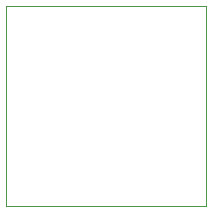
<source format=gm1>
%FSTAX25Y25*%
%MOIN*%
%SFA1B1*%

%IPPOS*%
%ADD17C,0.003940*%
%LNrfm69c_to_rfm69hc-1*%
%LPD*%
G54D17*
X0098425Y0102362D02*
Y0169291D01*
X0165354*
Y0102362D02*
Y0169291D01*
X0098425Y0102362D02*
X0165354D01*
M02*
</source>
